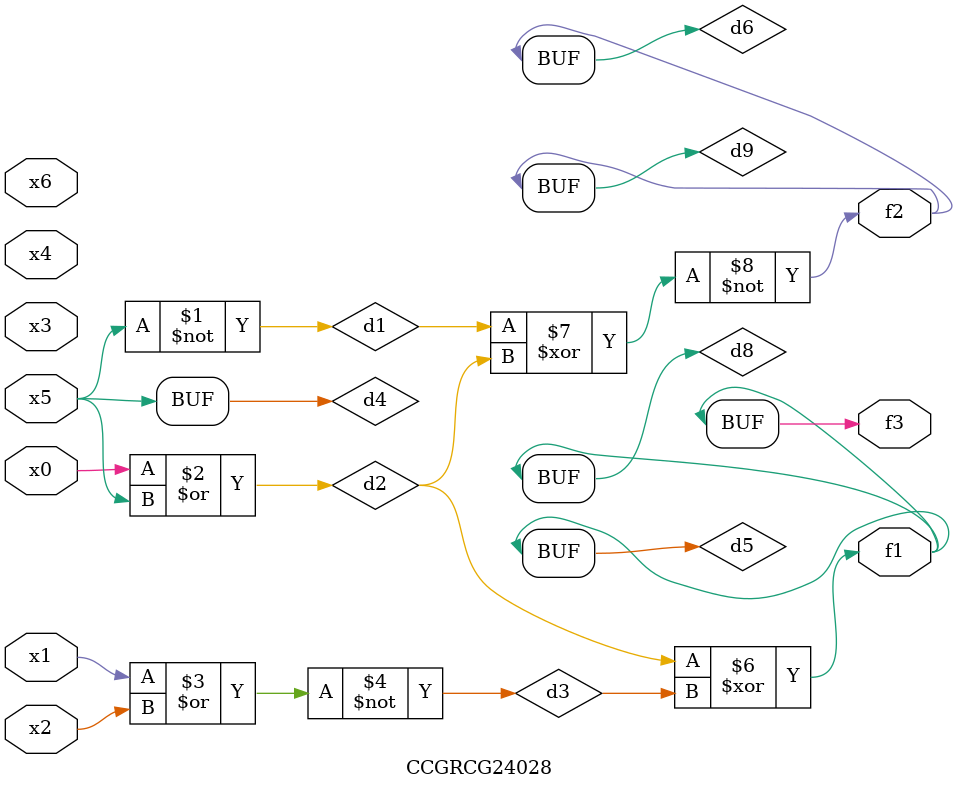
<source format=v>
module CCGRCG24028(
	input x0, x1, x2, x3, x4, x5, x6,
	output f1, f2, f3
);

	wire d1, d2, d3, d4, d5, d6, d7, d8, d9;

	nand (d1, x5);
	or (d2, x0, x5);
	nor (d3, x1, x2);
	xnor (d4, d1);
	xor (d5, d2, d3);
	xnor (d6, d1, d2);
	not (d7, x4);
	buf (d8, d5);
	xor (d9, d6);
	assign f1 = d8;
	assign f2 = d9;
	assign f3 = d8;
endmodule

</source>
